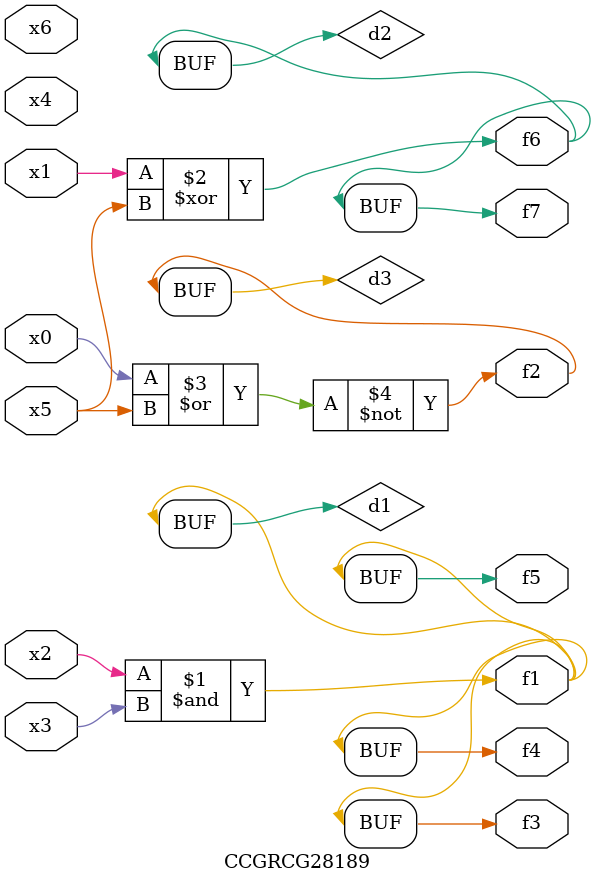
<source format=v>
module CCGRCG28189(
	input x0, x1, x2, x3, x4, x5, x6,
	output f1, f2, f3, f4, f5, f6, f7
);

	wire d1, d2, d3;

	and (d1, x2, x3);
	xor (d2, x1, x5);
	nor (d3, x0, x5);
	assign f1 = d1;
	assign f2 = d3;
	assign f3 = d1;
	assign f4 = d1;
	assign f5 = d1;
	assign f6 = d2;
	assign f7 = d2;
endmodule

</source>
